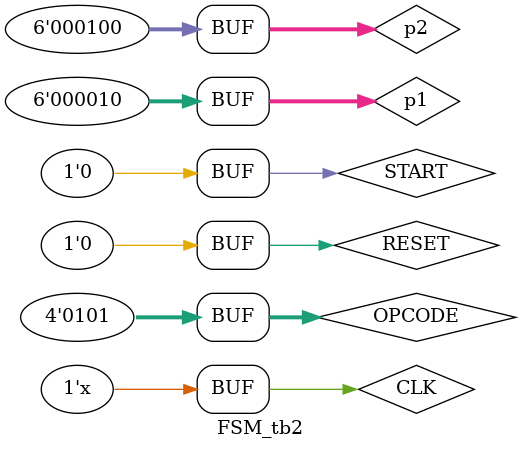
<source format=v>

`timescale 1ns/1ns
module FSM_tb2;

// Inputs
 reg CLK; reg RESET; reg START; reg[3:0] OPCODE; reg[5:0] p1; reg[5:0] p2;
// Outputs
 wire PCinc; 
 wire ALUreg1;  wire ALUreg2;  wire ALUregO;
 wire Ri1In;  wire Ri2In;  wire Ri3In;  wire Ri4In;  
 wire Ri1Out; wire Ri2Out; wire Ri3Out; wire Ri4Out;
 wire Rj1Out; wire Rj2Out; wire Rj3Out; wire Rj4Out;   
 wire finish; wire[2:0] ALUop; wire ALUtri;

// Instantiate Module
	Register_FSM test (CLK, RESET, START, PCinc, Ri1Out, Ri2Out, Ri3Out, 
       	 	Ri4Out, ALUreg1, Rj1Out, Rj2Out, Rj3Out, Rj4Out, ALUreg2, 
		ALUregO, Ri1In, Ri2In, Ri3In, Ri4In, ALUtri, finish, p1, p2, OPCODE, ALUop);

initial
   begin
	CLK = 0;
	RESET = 0;
	START = 0;
	OPCODE = 4'b0000;
	p1 = 6'b000010;
	p2 = 6'b000100;
	#200;  
	RESET = 1;
	#200;  
	RESET = 0;
	OPCODE = 4'b0001;
	#400;
	START = 1;
	#200;
	START = 0;
	OPCODE = 4'b0101;
   end

always #100 CLK = ~CLK;

endmodule

</source>
